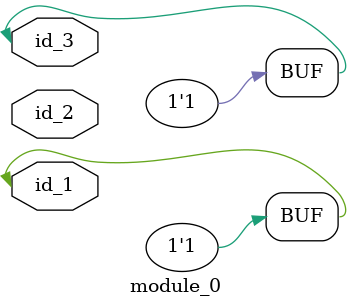
<source format=v>
module module_0 (
    id_1,
    id_2,
    id_3
);
  inout id_3;
  input id_2;
  inout id_1;
  assign id_3 = id_1;
  assign id_3 = 1;
endmodule

</source>
